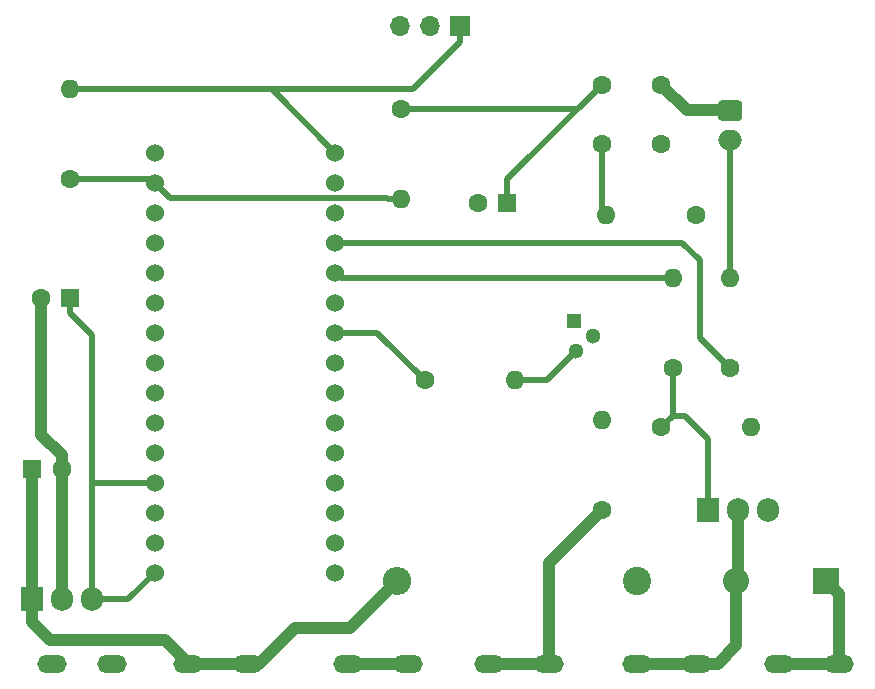
<source format=gtl>
G04 #@! TF.GenerationSoftware,KiCad,Pcbnew,5.1.5+dfsg1-2build2*
G04 #@! TF.CreationDate,2021-02-13T16:31:57-06:00*
G04 #@! TF.ProjectId,speaker-switcher-remote,73706561-6b65-4722-9d73-776974636865,rev?*
G04 #@! TF.SameCoordinates,Original*
G04 #@! TF.FileFunction,Copper,L1,Top*
G04 #@! TF.FilePolarity,Positive*
%FSLAX46Y46*%
G04 Gerber Fmt 4.6, Leading zero omitted, Abs format (unit mm)*
G04 Created by KiCad (PCBNEW 5.1.5+dfsg1-2build2) date 2021-02-13 16:31:57*
%MOMM*%
%LPD*%
G04 APERTURE LIST*
%ADD10O,1.600000X1.600000*%
%ADD11C,1.600000*%
%ADD12O,2.000000X1.700000*%
%ADD13C,0.100000*%
%ADD14O,2.200000X2.200000*%
%ADD15R,2.200000X2.200000*%
%ADD16O,1.905000X2.000000*%
%ADD17R,1.905000X2.000000*%
%ADD18O,2.500000X1.500000*%
%ADD19O,2.400000X2.400000*%
%ADD20C,2.400000*%
%ADD21R,1.300000X1.300000*%
%ADD22C,1.300000*%
%ADD23C,1.524000*%
%ADD24O,1.700000X1.700000*%
%ADD25R,1.700000X1.700000*%
%ADD26R,1.600000X1.600000*%
%ADD27C,1.000000*%
%ADD28C,0.500000*%
G04 APERTURE END LIST*
D10*
X173100000Y-92880000D03*
D11*
X173100000Y-100500000D03*
D12*
X173100000Y-81160000D03*
G04 #@! TA.AperFunction,ComponentPad*
D13*
G36*
X173874504Y-77811204D02*
G01*
X173898773Y-77814804D01*
X173922571Y-77820765D01*
X173945671Y-77829030D01*
X173967849Y-77839520D01*
X173988893Y-77852133D01*
X174008598Y-77866747D01*
X174026777Y-77883223D01*
X174043253Y-77901402D01*
X174057867Y-77921107D01*
X174070480Y-77942151D01*
X174080970Y-77964329D01*
X174089235Y-77987429D01*
X174095196Y-78011227D01*
X174098796Y-78035496D01*
X174100000Y-78060000D01*
X174100000Y-79260000D01*
X174098796Y-79284504D01*
X174095196Y-79308773D01*
X174089235Y-79332571D01*
X174080970Y-79355671D01*
X174070480Y-79377849D01*
X174057867Y-79398893D01*
X174043253Y-79418598D01*
X174026777Y-79436777D01*
X174008598Y-79453253D01*
X173988893Y-79467867D01*
X173967849Y-79480480D01*
X173945671Y-79490970D01*
X173922571Y-79499235D01*
X173898773Y-79505196D01*
X173874504Y-79508796D01*
X173850000Y-79510000D01*
X172350000Y-79510000D01*
X172325496Y-79508796D01*
X172301227Y-79505196D01*
X172277429Y-79499235D01*
X172254329Y-79490970D01*
X172232151Y-79480480D01*
X172211107Y-79467867D01*
X172191402Y-79453253D01*
X172173223Y-79436777D01*
X172156747Y-79418598D01*
X172142133Y-79398893D01*
X172129520Y-79377849D01*
X172119030Y-79355671D01*
X172110765Y-79332571D01*
X172104804Y-79308773D01*
X172101204Y-79284504D01*
X172100000Y-79260000D01*
X172100000Y-78060000D01*
X172101204Y-78035496D01*
X172104804Y-78011227D01*
X172110765Y-77987429D01*
X172119030Y-77964329D01*
X172129520Y-77942151D01*
X172142133Y-77921107D01*
X172156747Y-77901402D01*
X172173223Y-77883223D01*
X172191402Y-77866747D01*
X172211107Y-77852133D01*
X172232151Y-77839520D01*
X172254329Y-77829030D01*
X172277429Y-77820765D01*
X172301227Y-77814804D01*
X172325496Y-77811204D01*
X172350000Y-77810000D01*
X173850000Y-77810000D01*
X173874504Y-77811204D01*
G37*
G04 #@! TD.AperFunction*
D14*
X173630000Y-118500000D03*
D15*
X181250000Y-118500000D03*
D10*
X162630000Y-87500000D03*
D11*
X170250000Y-87500000D03*
D10*
X154870000Y-101500000D03*
D11*
X147250000Y-101500000D03*
D10*
X117250000Y-76880000D03*
D11*
X117250000Y-84500000D03*
D10*
X145250000Y-86120000D03*
D11*
X145250000Y-78500000D03*
D10*
X162250000Y-104880000D03*
D11*
X162250000Y-112500000D03*
D10*
X174870000Y-105500000D03*
D11*
X167250000Y-105500000D03*
D10*
X168250000Y-92880000D03*
D11*
X168250000Y-100500000D03*
D16*
X119080000Y-120000000D03*
X116540000Y-120000000D03*
D17*
X114000000Y-120000000D03*
D18*
X140710000Y-125500000D03*
X145790000Y-125500000D03*
X152710000Y-125500000D03*
X157790000Y-125500000D03*
D19*
X144930000Y-118500000D03*
D20*
X165250000Y-118500000D03*
D16*
X176330000Y-112500000D03*
X173790000Y-112500000D03*
D17*
X171250000Y-112500000D03*
D21*
X159850000Y-96500000D03*
D22*
X160050000Y-99040000D03*
X161520000Y-97770000D03*
D18*
X115710000Y-125500000D03*
X120790000Y-125500000D03*
X127170000Y-125500000D03*
X132250000Y-125500000D03*
X165250000Y-125500000D03*
X170330000Y-125500000D03*
X177250000Y-125500000D03*
X182330000Y-125500000D03*
D23*
X139620000Y-117780000D03*
X139620000Y-115240000D03*
X139620000Y-112700000D03*
X139620000Y-110160000D03*
X139620000Y-107620000D03*
X139620000Y-105080000D03*
X139620000Y-102540000D03*
X139620000Y-100000000D03*
X139620000Y-97460000D03*
X139620000Y-94920000D03*
X139620000Y-92380000D03*
X139620000Y-89840000D03*
X139620000Y-87300000D03*
X139620000Y-84760000D03*
X139620000Y-82220000D03*
X124380000Y-117780000D03*
X124380000Y-115240000D03*
X124380000Y-112700000D03*
X124380000Y-110160000D03*
X124380000Y-107620000D03*
X124380000Y-105080000D03*
X124380000Y-102540000D03*
X124380000Y-100000000D03*
X124380000Y-97460000D03*
X124380000Y-94920000D03*
X124380000Y-92380000D03*
X124380000Y-89840000D03*
X124380000Y-87300000D03*
X124380000Y-84760000D03*
X124380000Y-82220000D03*
D24*
X145170000Y-71500000D03*
X147710000Y-71500000D03*
D25*
X150250000Y-71500000D03*
D11*
X167250000Y-81500000D03*
X162250000Y-81500000D03*
X167250000Y-76500000D03*
X162250000Y-76500000D03*
X151750000Y-86500000D03*
D26*
X154250000Y-86500000D03*
D11*
X114750000Y-94500000D03*
D26*
X117250000Y-94500000D03*
D11*
X116500000Y-109000000D03*
D26*
X114000000Y-109000000D03*
D27*
X116330000Y-120210000D02*
X116540000Y-120000000D01*
X116540000Y-109040000D02*
X116500000Y-109000000D01*
X116540000Y-120000000D02*
X116540000Y-109040000D01*
X114750000Y-106118630D02*
X114750000Y-94500000D01*
X116500000Y-107868630D02*
X114750000Y-106118630D01*
X116500000Y-109000000D02*
X116500000Y-107868630D01*
X140710000Y-125500000D02*
X145790000Y-125500000D01*
X169410000Y-78660000D02*
X167250000Y-76500000D01*
X173100000Y-78660000D02*
X169410000Y-78660000D01*
D28*
X134280000Y-76880000D02*
X139620000Y-82220000D01*
X117250000Y-76880000D02*
X134280000Y-76880000D01*
X150250000Y-71500000D02*
X150330000Y-71500000D01*
X150250000Y-71500000D02*
X150250000Y-71032002D01*
X150250000Y-72850000D02*
X150250000Y-71500000D01*
X146220000Y-76880000D02*
X150250000Y-72850000D01*
X134280000Y-76880000D02*
X146220000Y-76880000D01*
X143210000Y-97460000D02*
X147250000Y-101500000D01*
X139620000Y-97460000D02*
X143210000Y-97460000D01*
X140120000Y-92880000D02*
X139620000Y-92380000D01*
X168250000Y-92880000D02*
X140120000Y-92880000D01*
X139620000Y-89840000D02*
X169040000Y-89840000D01*
X169040000Y-89840000D02*
X170560000Y-91360000D01*
X170560000Y-97960000D02*
X173100000Y-100500000D01*
X170560000Y-91360000D02*
X170560000Y-97960000D01*
X168250000Y-104500000D02*
X167250000Y-105500000D01*
X168250000Y-100500000D02*
X168250000Y-104500000D01*
X168250000Y-104500000D02*
X169250000Y-104500000D01*
X171250000Y-106500000D02*
X171250000Y-112500000D01*
X169250000Y-104500000D02*
X171250000Y-106500000D01*
D27*
X152710000Y-125500000D02*
X157790000Y-125500000D01*
X157790000Y-116960000D02*
X157790000Y-125500000D01*
X162250000Y-112500000D02*
X157790000Y-116960000D01*
X114000000Y-109000000D02*
X114000000Y-120000000D01*
X114000000Y-120000000D02*
X114000000Y-120047500D01*
X133250000Y-125500000D02*
X136250000Y-122500000D01*
X140930000Y-122500000D02*
X144930000Y-118500000D01*
X136250000Y-122500000D02*
X140930000Y-122500000D01*
X114000000Y-122000000D02*
X115500000Y-123500000D01*
X114000000Y-120000000D02*
X114000000Y-122000000D01*
X125250000Y-123500000D02*
X127250000Y-125500000D01*
X115500000Y-123500000D02*
X125250000Y-123500000D01*
X127170000Y-125500000D02*
X132250000Y-125500000D01*
D28*
X145170000Y-78420000D02*
X145250000Y-78500000D01*
X145250000Y-78500000D02*
X160250000Y-78500000D01*
X154250000Y-84500000D02*
X162250000Y-76500000D01*
X154250000Y-86500000D02*
X154250000Y-84500000D01*
X124120000Y-84500000D02*
X124380000Y-84760000D01*
X117250000Y-84500000D02*
X124120000Y-84500000D01*
X144118630Y-86120000D02*
X145250000Y-86120000D01*
X144086629Y-86087999D02*
X144118630Y-86120000D01*
X125707999Y-86087999D02*
X144086629Y-86087999D01*
X124380000Y-84760000D02*
X125707999Y-86087999D01*
D27*
X181250000Y-118500000D02*
X182330000Y-119580000D01*
X182330000Y-125500000D02*
X177250000Y-125500000D01*
X182330000Y-119580000D02*
X182330000Y-125500000D01*
X173790000Y-118340000D02*
X173630000Y-118500000D01*
X173790000Y-112500000D02*
X173790000Y-118340000D01*
X172080000Y-125500000D02*
X170330000Y-125500000D01*
X173630000Y-123950000D02*
X172080000Y-125500000D01*
X173630000Y-118500000D02*
X173630000Y-123950000D01*
X165250000Y-125500000D02*
X170330000Y-125500000D01*
D28*
X157590000Y-101500000D02*
X160050000Y-99040000D01*
X154870000Y-101500000D02*
X157590000Y-101500000D01*
X162250000Y-87120000D02*
X162630000Y-87500000D01*
X162250000Y-81500000D02*
X162250000Y-87120000D01*
X119080000Y-110330000D02*
X119080000Y-120000000D01*
X117250000Y-95800000D02*
X119080000Y-97630000D01*
X117250000Y-94500000D02*
X117250000Y-95800000D01*
X122160000Y-120000000D02*
X124380000Y-117780000D01*
X119080000Y-120000000D02*
X122160000Y-120000000D01*
X119250000Y-110160000D02*
X124380000Y-110160000D01*
X119080000Y-110330000D02*
X119250000Y-110160000D01*
X119080000Y-97630000D02*
X119080000Y-110330000D01*
X173100000Y-92880000D02*
X173100000Y-81160000D01*
M02*

</source>
